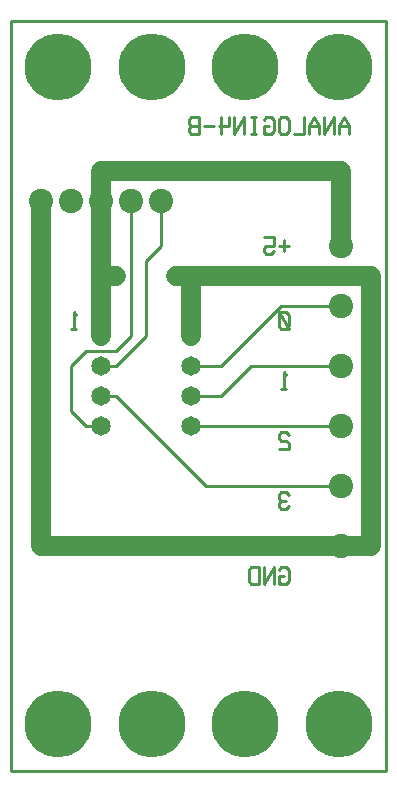
<source format=gbl>
%MOIN*%
%FSLAX25Y25*%
G04 D10 used for Character Trace; *
G04     Circle (OD=.01000) (No hole)*
G04 D11 used for Power Trace; *
G04     Circle (OD=.06700) (No hole)*
G04 D12 used for Signal Trace; *
G04     Circle (OD=.01100) (No hole)*
G04 D13 used for Via; *
G04     Circle (OD=.05800) (Round. Hole ID=.02800)*
G04 D14 used for Component hole; *
G04     Circle (OD=.06500) (Round. Hole ID=.03500)*
G04 D15 used for Component hole; *
G04     Circle (OD=.06700) (Round. Hole ID=.04300)*
G04 D16 used for Component hole; *
G04     Circle (OD=.08100) (Round. Hole ID=.05100)*
G04 D17 used for Component hole; *
G04     Circle (OD=.08900) (Round. Hole ID=.05900)*
G04 D18 used for Component hole; *
G04     Circle (OD=.11300) (Round. Hole ID=.08300)*
G04 D19 used for Component hole; *
G04     Circle (OD=.16000) (Round. Hole ID=.13000)*
G04 D20 used for Component hole; *
G04     Circle (OD=.18300) (Round. Hole ID=.15300)*
G04 D21 used for Component hole; *
G04     Circle (OD=.22291) (Round. Hole ID=.19291)*
%ADD10C,.01000*%
%ADD11C,.06700*%
%ADD12C,.01100*%
%ADD13C,.05800*%
%ADD14C,.06500*%
%ADD15C,.06700*%
%ADD16C,.08100*%
%ADD17C,.08900*%
%ADD18C,.11300*%
%ADD19C,.16000*%
%ADD20C,.18300*%
%ADD21C,.22291*%
%IPPOS*%
%LPD*%
G90*X0Y0D02*D21*X15625Y15625D03*X46875D03*D11*    
X10000Y75000D02*X110000D01*D16*D03*D11*X120000D01*
Y165000D01*X60000D01*Y145000D01*D14*D03*D12*      
Y135000D02*X70000D01*D14*X60000D03*D12*Y125000D02*
X70000D01*D14*X60000D03*D12*X70000Y135000D02*     
X90000Y155000D01*X110000D01*D16*D03*Y175000D03*   
D11*Y200000D01*X30000D01*Y190000D01*D16*D03*D11*  
Y165000D01*Y145000D01*D14*D03*D12*                
X25000Y140000D02*X35000D01*X20000Y135000D02*      
X25000Y140000D01*X20000Y120000D02*Y135000D01*     
X25000Y115000D02*X20000Y120000D01*                
X25000Y115000D02*X30000D01*D14*D03*D12*           
X65000Y95000D02*X35000Y125000D01*X65000Y95000D02* 
X110000D01*D16*D03*D10*X92511Y111914D02*          
X91674Y112871D01*X90000D01*X89163Y111914D01*      
Y110957D01*X90000Y110000D01*X91674D01*            
X92511Y109043D01*Y107129D01*X89163D01*D16*        
X110000Y115000D03*D12*X60000D01*D14*D03*D12*      
X70000Y125000D02*X80000Y135000D01*X110000D01*D16* 
D03*D10*X89163Y148086D02*X90000Y147129D01*        
X91674D01*X92511Y148086D01*Y151914D01*            
X91674Y152871D01*X90000D01*X89163Y151914D01*      
Y148086D01*X92511Y147129D02*X89163Y152871D01*     
X91674Y131914D02*X90837Y132871D01*Y127129D01*     
X91674D02*X90000D01*X92511Y175000D02*X89163D01*   
X90837Y176914D02*Y173086D01*X84163Y177871D02*     
X87511D01*Y175000D01*X85000D01*X84163Y174043D01*  
Y173086D01*X85000Y172129D01*X86674D01*            
X87511Y173086D01*X92511Y91914D02*X91674Y92871D01* 
X90000D01*X89163Y91914D01*Y90957D01*              
X90000Y90000D01*X91674D01*X90000D02*              
X89163Y89043D01*Y88086D01*X90000Y87129D01*        
X91674D01*X92511Y88086D01*D11*X55000Y165000D02*   
X60000D01*D14*X55000D03*D12*X45000Y145000D02*     
Y170000D01*X35000Y135000D02*X45000Y145000D01*     
X30000Y135000D02*X35000D01*D14*X30000D03*D12*     
X35000Y140000D02*X40000Y145000D01*Y190000D01*D16* 
D03*X50000D03*D12*Y175000D01*X45000Y170000D01*D14*
X35000Y165000D03*D11*X30000D01*D10*               
X21674Y151914D02*X20837Y152871D01*Y147129D01*     
X21674D02*X20000D01*D16*Y190000D03*X10000D03*D11* 
Y75000D01*D12*X30000Y125000D02*X35000D01*D14*     
X30000D03*D10*X89163Y63086D02*X90000Y62129D01*    
X91674D01*X92511Y63086D01*Y66914D01*              
X91674Y67871D01*X90000D01*X89163Y66914D01*        
X90837Y65000D02*X89163D01*Y62129D01*X87511D02*    
Y67871D01*X84163Y62129D01*Y67871D01*              
X82511Y62129D02*Y67871D01*X80000D01*              
X79163Y66914D01*Y63086D01*X80000Y62129D01*        
X82511D01*X112511Y212129D02*Y215000D01*           
X110837Y217871D01*X109163Y215000D01*Y212129D01*   
X112511Y215000D02*X109163D01*X107511Y212129D02*   
Y217871D01*X104163Y212129D01*Y217871D01*          
X102511Y212129D02*Y215000D01*X100837Y217871D01*   
X99163Y215000D01*Y212129D01*X102511Y215000D02*    
X99163D01*X97511Y217871D02*Y212129D01*X94163D01*  
X89163Y213086D02*X90000Y212129D01*X91674D01*      
X92511Y213086D01*Y216914D01*X91674Y217871D01*     
X90000D01*X89163Y216914D01*Y213086D01*X84163D02*  
X85000Y212129D01*X86674D01*X87511Y213086D01*      
Y216914D01*X86674Y217871D01*X85000D01*            
X84163Y216914D01*X85837Y215000D02*X84163D01*      
Y212129D01*X80837D02*Y217871D01*X81674Y212129D02* 
X80000D01*X81674Y217871D02*X80000D01*             
X77511Y212129D02*Y217871D01*X74163Y212129D01*     
Y217871D01*X70000D02*Y212129D01*X72511Y217871D02* 
Y215000D01*X69163D01*X67511D02*X64163D01*         
X62511Y212129D02*Y217871D01*X60000D01*            
X59163Y216914D01*Y215957D01*X60000Y215000D01*     
X59163Y214043D01*Y213086D01*X60000Y212129D01*     
X62511D01*Y215000D02*X60000D01*D21*               
X109375Y234375D03*X78125D03*X46875D03*X15625D03*  
X78125Y15625D03*X109375D03*D12*X125000Y0D02*      
Y250000D01*X0Y0D02*X125000D01*X0D02*Y250000D01*   
X125000D01*M02*                                   

</source>
